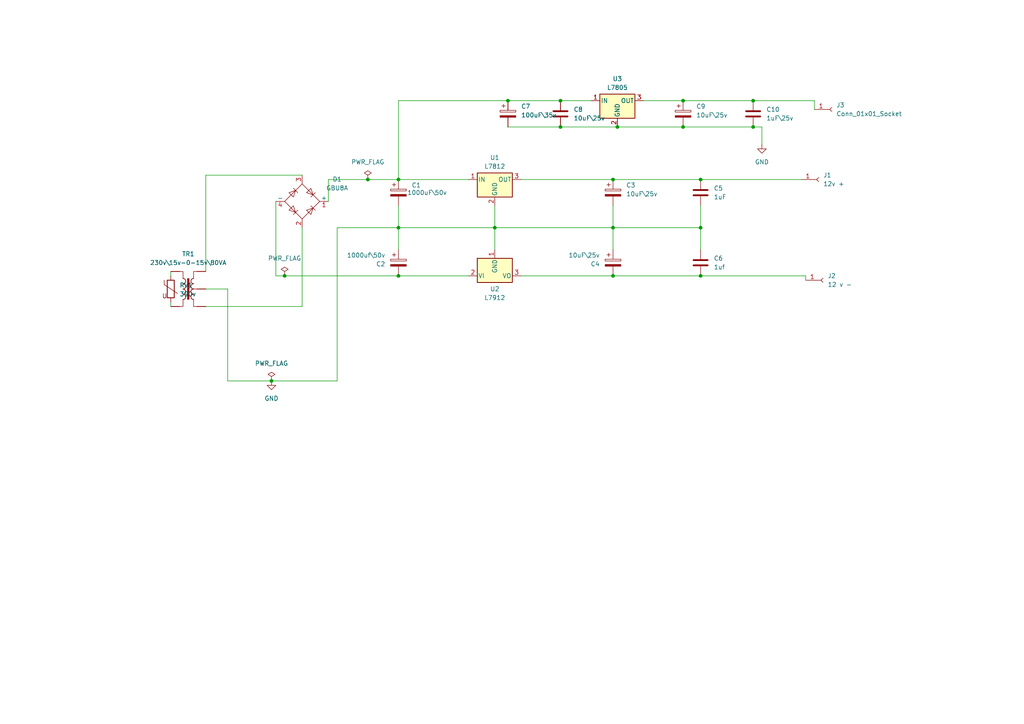
<source format=kicad_sch>
(kicad_sch
	(version 20250114)
	(generator "eeschema")
	(generator_version "9.0")
	(uuid "bab4e625-28bf-49e0-ba5c-be15e212c219")
	(paper "A4")
	(lib_symbols
		(symbol "Connector:Conn_01x01_Socket"
			(pin_names
				(offset 1.016)
				(hide yes)
			)
			(exclude_from_sim no)
			(in_bom yes)
			(on_board yes)
			(property "Reference" "J"
				(at 0 2.54 0)
				(effects
					(font
						(size 1.27 1.27)
					)
				)
			)
			(property "Value" "Conn_01x01_Socket"
				(at 0 -2.54 0)
				(effects
					(font
						(size 1.27 1.27)
					)
				)
			)
			(property "Footprint" ""
				(at 0 0 0)
				(effects
					(font
						(size 1.27 1.27)
					)
					(hide yes)
				)
			)
			(property "Datasheet" "~"
				(at 0 0 0)
				(effects
					(font
						(size 1.27 1.27)
					)
					(hide yes)
				)
			)
			(property "Description" "Generic connector, single row, 01x01, script generated"
				(at 0 0 0)
				(effects
					(font
						(size 1.27 1.27)
					)
					(hide yes)
				)
			)
			(property "ki_locked" ""
				(at 0 0 0)
				(effects
					(font
						(size 1.27 1.27)
					)
				)
			)
			(property "ki_keywords" "connector"
				(at 0 0 0)
				(effects
					(font
						(size 1.27 1.27)
					)
					(hide yes)
				)
			)
			(property "ki_fp_filters" "Connector*:*_1x??_*"
				(at 0 0 0)
				(effects
					(font
						(size 1.27 1.27)
					)
					(hide yes)
				)
			)
			(symbol "Conn_01x01_Socket_1_1"
				(polyline
					(pts
						(xy -1.27 0) (xy -0.508 0)
					)
					(stroke
						(width 0.1524)
						(type default)
					)
					(fill
						(type none)
					)
				)
				(arc
					(start 0 -0.508)
					(mid -0.5058 0)
					(end 0 0.508)
					(stroke
						(width 0.1524)
						(type default)
					)
					(fill
						(type none)
					)
				)
				(pin passive line
					(at -5.08 0 0)
					(length 3.81)
					(name "Pin_1"
						(effects
							(font
								(size 1.27 1.27)
							)
						)
					)
					(number "1"
						(effects
							(font
								(size 1.27 1.27)
							)
						)
					)
				)
			)
			(embedded_fonts no)
		)
		(symbol "Device:C"
			(pin_numbers
				(hide yes)
			)
			(pin_names
				(offset 0.254)
			)
			(exclude_from_sim no)
			(in_bom yes)
			(on_board yes)
			(property "Reference" "C"
				(at 0.635 2.54 0)
				(effects
					(font
						(size 1.27 1.27)
					)
					(justify left)
				)
			)
			(property "Value" "C"
				(at 0.635 -2.54 0)
				(effects
					(font
						(size 1.27 1.27)
					)
					(justify left)
				)
			)
			(property "Footprint" ""
				(at 0.9652 -3.81 0)
				(effects
					(font
						(size 1.27 1.27)
					)
					(hide yes)
				)
			)
			(property "Datasheet" "~"
				(at 0 0 0)
				(effects
					(font
						(size 1.27 1.27)
					)
					(hide yes)
				)
			)
			(property "Description" "Unpolarized capacitor"
				(at 0 0 0)
				(effects
					(font
						(size 1.27 1.27)
					)
					(hide yes)
				)
			)
			(property "ki_keywords" "cap capacitor"
				(at 0 0 0)
				(effects
					(font
						(size 1.27 1.27)
					)
					(hide yes)
				)
			)
			(property "ki_fp_filters" "C_*"
				(at 0 0 0)
				(effects
					(font
						(size 1.27 1.27)
					)
					(hide yes)
				)
			)
			(symbol "C_0_1"
				(polyline
					(pts
						(xy -2.032 0.762) (xy 2.032 0.762)
					)
					(stroke
						(width 0.508)
						(type default)
					)
					(fill
						(type none)
					)
				)
				(polyline
					(pts
						(xy -2.032 -0.762) (xy 2.032 -0.762)
					)
					(stroke
						(width 0.508)
						(type default)
					)
					(fill
						(type none)
					)
				)
			)
			(symbol "C_1_1"
				(pin passive line
					(at 0 3.81 270)
					(length 2.794)
					(name "~"
						(effects
							(font
								(size 1.27 1.27)
							)
						)
					)
					(number "1"
						(effects
							(font
								(size 1.27 1.27)
							)
						)
					)
				)
				(pin passive line
					(at 0 -3.81 90)
					(length 2.794)
					(name "~"
						(effects
							(font
								(size 1.27 1.27)
							)
						)
					)
					(number "2"
						(effects
							(font
								(size 1.27 1.27)
							)
						)
					)
				)
			)
			(embedded_fonts no)
		)
		(symbol "Device:C_Polarized"
			(pin_numbers
				(hide yes)
			)
			(pin_names
				(offset 0.254)
			)
			(exclude_from_sim no)
			(in_bom yes)
			(on_board yes)
			(property "Reference" "C"
				(at 0.635 2.54 0)
				(effects
					(font
						(size 1.27 1.27)
					)
					(justify left)
				)
			)
			(property "Value" "C_Polarized"
				(at 0.635 -2.54 0)
				(effects
					(font
						(size 1.27 1.27)
					)
					(justify left)
				)
			)
			(property "Footprint" ""
				(at 0.9652 -3.81 0)
				(effects
					(font
						(size 1.27 1.27)
					)
					(hide yes)
				)
			)
			(property "Datasheet" "~"
				(at 0 0 0)
				(effects
					(font
						(size 1.27 1.27)
					)
					(hide yes)
				)
			)
			(property "Description" "Polarized capacitor"
				(at 0 0 0)
				(effects
					(font
						(size 1.27 1.27)
					)
					(hide yes)
				)
			)
			(property "ki_keywords" "cap capacitor"
				(at 0 0 0)
				(effects
					(font
						(size 1.27 1.27)
					)
					(hide yes)
				)
			)
			(property "ki_fp_filters" "CP_*"
				(at 0 0 0)
				(effects
					(font
						(size 1.27 1.27)
					)
					(hide yes)
				)
			)
			(symbol "C_Polarized_0_1"
				(rectangle
					(start -2.286 0.508)
					(end 2.286 1.016)
					(stroke
						(width 0)
						(type default)
					)
					(fill
						(type none)
					)
				)
				(polyline
					(pts
						(xy -1.778 2.286) (xy -0.762 2.286)
					)
					(stroke
						(width 0)
						(type default)
					)
					(fill
						(type none)
					)
				)
				(polyline
					(pts
						(xy -1.27 2.794) (xy -1.27 1.778)
					)
					(stroke
						(width 0)
						(type default)
					)
					(fill
						(type none)
					)
				)
				(rectangle
					(start 2.286 -0.508)
					(end -2.286 -1.016)
					(stroke
						(width 0)
						(type default)
					)
					(fill
						(type outline)
					)
				)
			)
			(symbol "C_Polarized_1_1"
				(pin passive line
					(at 0 3.81 270)
					(length 2.794)
					(name "~"
						(effects
							(font
								(size 1.27 1.27)
							)
						)
					)
					(number "1"
						(effects
							(font
								(size 1.27 1.27)
							)
						)
					)
				)
				(pin passive line
					(at 0 -3.81 90)
					(length 2.794)
					(name "~"
						(effects
							(font
								(size 1.27 1.27)
							)
						)
					)
					(number "2"
						(effects
							(font
								(size 1.27 1.27)
							)
						)
					)
				)
			)
			(embedded_fonts no)
		)
		(symbol "Device:Varistor"
			(pin_numbers
				(hide yes)
			)
			(pin_names
				(offset 0)
			)
			(exclude_from_sim no)
			(in_bom yes)
			(on_board yes)
			(property "Reference" "RV"
				(at 3.175 0 90)
				(effects
					(font
						(size 1.27 1.27)
					)
				)
			)
			(property "Value" "Varistor"
				(at -3.175 0 90)
				(effects
					(font
						(size 1.27 1.27)
					)
				)
			)
			(property "Footprint" ""
				(at -1.778 0 90)
				(effects
					(font
						(size 1.27 1.27)
					)
					(hide yes)
				)
			)
			(property "Datasheet" "~"
				(at 0 0 0)
				(effects
					(font
						(size 1.27 1.27)
					)
					(hide yes)
				)
			)
			(property "Description" "Voltage dependent resistor"
				(at 0 0 0)
				(effects
					(font
						(size 1.27 1.27)
					)
					(hide yes)
				)
			)
			(property "Sim.Name" "kicad_builtin_varistor"
				(at 0 0 0)
				(effects
					(font
						(size 1.27 1.27)
					)
					(hide yes)
				)
			)
			(property "Sim.Device" "SUBCKT"
				(at 0 0 0)
				(effects
					(font
						(size 1.27 1.27)
					)
					(hide yes)
				)
			)
			(property "Sim.Pins" "1=A 2=B"
				(at 0 0 0)
				(effects
					(font
						(size 1.27 1.27)
					)
					(hide yes)
				)
			)
			(property "Sim.Params" "threshold=1k"
				(at 0 0 0)
				(effects
					(font
						(size 1.27 1.27)
					)
					(hide yes)
				)
			)
			(property "Sim.Library" "${KICAD9_SYMBOL_DIR}/Simulation_SPICE.sp"
				(at 0 0 0)
				(effects
					(font
						(size 1.27 1.27)
					)
					(hide yes)
				)
			)
			(property "ki_keywords" "VDR resistance"
				(at 0 0 0)
				(effects
					(font
						(size 1.27 1.27)
					)
					(hide yes)
				)
			)
			(property "ki_fp_filters" "RV_* Varistor*"
				(at 0 0 0)
				(effects
					(font
						(size 1.27 1.27)
					)
					(hide yes)
				)
			)
			(symbol "Varistor_0_0"
				(text "U"
					(at -1.778 -2.032 0)
					(effects
						(font
							(size 1.27 1.27)
						)
					)
				)
			)
			(symbol "Varistor_0_1"
				(polyline
					(pts
						(xy -1.905 2.54) (xy -1.905 1.27) (xy 1.905 -1.27)
					)
					(stroke
						(width 0)
						(type default)
					)
					(fill
						(type none)
					)
				)
				(rectangle
					(start -1.016 -2.54)
					(end 1.016 2.54)
					(stroke
						(width 0.254)
						(type default)
					)
					(fill
						(type none)
					)
				)
			)
			(symbol "Varistor_1_1"
				(pin passive line
					(at 0 3.81 270)
					(length 1.27)
					(name "~"
						(effects
							(font
								(size 1.27 1.27)
							)
						)
					)
					(number "1"
						(effects
							(font
								(size 1.27 1.27)
							)
						)
					)
				)
				(pin passive line
					(at 0 -3.81 90)
					(length 1.27)
					(name "~"
						(effects
							(font
								(size 1.27 1.27)
							)
						)
					)
					(number "2"
						(effects
							(font
								(size 1.27 1.27)
							)
						)
					)
				)
			)
			(embedded_fonts no)
		)
		(symbol "Diode_Bridge:GBU8A"
			(pin_names
				(offset 0)
			)
			(exclude_from_sim no)
			(in_bom yes)
			(on_board yes)
			(property "Reference" "D"
				(at 2.54 6.985 0)
				(effects
					(font
						(size 1.27 1.27)
					)
					(justify left)
				)
			)
			(property "Value" "GBU8A"
				(at 2.54 5.08 0)
				(effects
					(font
						(size 1.27 1.27)
					)
					(justify left)
				)
			)
			(property "Footprint" "Diode_THT:Diode_Bridge_Vishay_GBU"
				(at 3.81 3.175 0)
				(effects
					(font
						(size 1.27 1.27)
					)
					(justify left)
					(hide yes)
				)
			)
			(property "Datasheet" "http://www.vishay.com/docs/88656/gbu8a.pdf"
				(at 0 0 0)
				(effects
					(font
						(size 1.27 1.27)
					)
					(hide yes)
				)
			)
			(property "Description" "Single-Phase Bridge Rectifier, 35V Vrms, 8.0A If, GBU package"
				(at 0 0 0)
				(effects
					(font
						(size 1.27 1.27)
					)
					(hide yes)
				)
			)
			(property "ki_keywords" "rectifier acdc"
				(at 0 0 0)
				(effects
					(font
						(size 1.27 1.27)
					)
					(hide yes)
				)
			)
			(property "ki_fp_filters" "Diode*Bridge*Vishay*GBU*"
				(at 0 0 0)
				(effects
					(font
						(size 1.27 1.27)
					)
					(hide yes)
				)
			)
			(symbol "GBU8A_0_1"
				(polyline
					(pts
						(xy -5.08 0) (xy 0 -5.08) (xy 5.08 0) (xy 0 5.08) (xy -5.08 0)
					)
					(stroke
						(width 0)
						(type default)
					)
					(fill
						(type none)
					)
				)
				(polyline
					(pts
						(xy -3.81 2.54) (xy -2.54 1.27) (xy -1.905 3.175) (xy -3.81 2.54)
					)
					(stroke
						(width 0)
						(type default)
					)
					(fill
						(type none)
					)
				)
				(polyline
					(pts
						(xy -2.54 3.81) (xy -1.27 2.54)
					)
					(stroke
						(width 0)
						(type default)
					)
					(fill
						(type none)
					)
				)
				(polyline
					(pts
						(xy -2.54 -1.27) (xy -3.81 -2.54) (xy -1.905 -3.175) (xy -2.54 -1.27)
					)
					(stroke
						(width 0)
						(type default)
					)
					(fill
						(type none)
					)
				)
				(polyline
					(pts
						(xy -1.27 -2.54) (xy -2.54 -3.81)
					)
					(stroke
						(width 0)
						(type default)
					)
					(fill
						(type none)
					)
				)
				(polyline
					(pts
						(xy 1.27 2.54) (xy 2.54 3.81) (xy 3.175 1.905) (xy 1.27 2.54)
					)
					(stroke
						(width 0)
						(type default)
					)
					(fill
						(type none)
					)
				)
				(polyline
					(pts
						(xy 2.54 1.27) (xy 3.81 2.54)
					)
					(stroke
						(width 0)
						(type default)
					)
					(fill
						(type none)
					)
				)
				(polyline
					(pts
						(xy 2.54 -1.27) (xy 3.81 -2.54)
					)
					(stroke
						(width 0)
						(type default)
					)
					(fill
						(type none)
					)
				)
				(polyline
					(pts
						(xy 3.175 -1.905) (xy 1.27 -2.54) (xy 2.54 -3.81) (xy 3.175 -1.905)
					)
					(stroke
						(width 0)
						(type default)
					)
					(fill
						(type none)
					)
				)
			)
			(symbol "GBU8A_1_1"
				(pin passive line
					(at -7.62 0 0)
					(length 2.54)
					(name "-"
						(effects
							(font
								(size 1.27 1.27)
							)
						)
					)
					(number "4"
						(effects
							(font
								(size 1.27 1.27)
							)
						)
					)
				)
				(pin passive line
					(at 0 7.62 270)
					(length 2.54)
					(name "~"
						(effects
							(font
								(size 1.27 1.27)
							)
						)
					)
					(number "3"
						(effects
							(font
								(size 1.27 1.27)
							)
						)
					)
				)
				(pin passive line
					(at 0 -7.62 90)
					(length 2.54)
					(name "~"
						(effects
							(font
								(size 1.27 1.27)
							)
						)
					)
					(number "2"
						(effects
							(font
								(size 1.27 1.27)
							)
						)
					)
				)
				(pin passive line
					(at 7.62 0 180)
					(length 2.54)
					(name "+"
						(effects
							(font
								(size 1.27 1.27)
							)
						)
					)
					(number "1"
						(effects
							(font
								(size 1.27 1.27)
							)
						)
					)
				)
			)
			(embedded_fonts no)
		)
		(symbol "Regulator_Linear:L7805"
			(pin_names
				(offset 0.254)
			)
			(exclude_from_sim no)
			(in_bom yes)
			(on_board yes)
			(property "Reference" "U"
				(at -3.81 3.175 0)
				(effects
					(font
						(size 1.27 1.27)
					)
				)
			)
			(property "Value" "L7805"
				(at 0 3.175 0)
				(effects
					(font
						(size 1.27 1.27)
					)
					(justify left)
				)
			)
			(property "Footprint" ""
				(at 0.635 -3.81 0)
				(effects
					(font
						(size 1.27 1.27)
						(italic yes)
					)
					(justify left)
					(hide yes)
				)
			)
			(property "Datasheet" "http://www.st.com/content/ccc/resource/technical/document/datasheet/41/4f/b3/b0/12/d4/47/88/CD00000444.pdf/files/CD00000444.pdf/jcr:content/translations/en.CD00000444.pdf"
				(at 0 -1.27 0)
				(effects
					(font
						(size 1.27 1.27)
					)
					(hide yes)
				)
			)
			(property "Description" "Positive 1.5A 35V Linear Regulator, Fixed Output 5V, TO-220/TO-263/TO-252"
				(at 0 0 0)
				(effects
					(font
						(size 1.27 1.27)
					)
					(hide yes)
				)
			)
			(property "ki_keywords" "Voltage Regulator 1.5A Positive"
				(at 0 0 0)
				(effects
					(font
						(size 1.27 1.27)
					)
					(hide yes)
				)
			)
			(property "ki_fp_filters" "TO?252* TO?263* TO?220*"
				(at 0 0 0)
				(effects
					(font
						(size 1.27 1.27)
					)
					(hide yes)
				)
			)
			(symbol "L7805_0_1"
				(rectangle
					(start -5.08 1.905)
					(end 5.08 -5.08)
					(stroke
						(width 0.254)
						(type default)
					)
					(fill
						(type background)
					)
				)
			)
			(symbol "L7805_1_1"
				(pin power_in line
					(at -7.62 0 0)
					(length 2.54)
					(name "IN"
						(effects
							(font
								(size 1.27 1.27)
							)
						)
					)
					(number "1"
						(effects
							(font
								(size 1.27 1.27)
							)
						)
					)
				)
				(pin power_in line
					(at 0 -7.62 90)
					(length 2.54)
					(name "GND"
						(effects
							(font
								(size 1.27 1.27)
							)
						)
					)
					(number "2"
						(effects
							(font
								(size 1.27 1.27)
							)
						)
					)
				)
				(pin power_out line
					(at 7.62 0 180)
					(length 2.54)
					(name "OUT"
						(effects
							(font
								(size 1.27 1.27)
							)
						)
					)
					(number "3"
						(effects
							(font
								(size 1.27 1.27)
							)
						)
					)
				)
			)
			(embedded_fonts no)
		)
		(symbol "Regulator_Linear:L7812"
			(pin_names
				(offset 0.254)
			)
			(exclude_from_sim no)
			(in_bom yes)
			(on_board yes)
			(property "Reference" "U"
				(at -3.81 3.175 0)
				(effects
					(font
						(size 1.27 1.27)
					)
				)
			)
			(property "Value" "L7812"
				(at 0 3.175 0)
				(effects
					(font
						(size 1.27 1.27)
					)
					(justify left)
				)
			)
			(property "Footprint" ""
				(at 0.635 -3.81 0)
				(effects
					(font
						(size 1.27 1.27)
						(italic yes)
					)
					(justify left)
					(hide yes)
				)
			)
			(property "Datasheet" "http://www.st.com/content/ccc/resource/technical/document/datasheet/41/4f/b3/b0/12/d4/47/88/CD00000444.pdf/files/CD00000444.pdf/jcr:content/translations/en.CD00000444.pdf"
				(at 0 -1.27 0)
				(effects
					(font
						(size 1.27 1.27)
					)
					(hide yes)
				)
			)
			(property "Description" "Positive 1.5A 35V Linear Regulator, Fixed Output 12V, TO-220/TO-263/TO-252"
				(at 0 0 0)
				(effects
					(font
						(size 1.27 1.27)
					)
					(hide yes)
				)
			)
			(property "ki_keywords" "Voltage Regulator 1.5A Positive"
				(at 0 0 0)
				(effects
					(font
						(size 1.27 1.27)
					)
					(hide yes)
				)
			)
			(property "ki_fp_filters" "TO?252* TO?263* TO?220*"
				(at 0 0 0)
				(effects
					(font
						(size 1.27 1.27)
					)
					(hide yes)
				)
			)
			(symbol "L7812_0_1"
				(rectangle
					(start -5.08 1.905)
					(end 5.08 -5.08)
					(stroke
						(width 0.254)
						(type default)
					)
					(fill
						(type background)
					)
				)
			)
			(symbol "L7812_1_1"
				(pin power_in line
					(at -7.62 0 0)
					(length 2.54)
					(name "IN"
						(effects
							(font
								(size 1.27 1.27)
							)
						)
					)
					(number "1"
						(effects
							(font
								(size 1.27 1.27)
							)
						)
					)
				)
				(pin power_in line
					(at 0 -7.62 90)
					(length 2.54)
					(name "GND"
						(effects
							(font
								(size 1.27 1.27)
							)
						)
					)
					(number "2"
						(effects
							(font
								(size 1.27 1.27)
							)
						)
					)
				)
				(pin power_out line
					(at 7.62 0 180)
					(length 2.54)
					(name "OUT"
						(effects
							(font
								(size 1.27 1.27)
							)
						)
					)
					(number "3"
						(effects
							(font
								(size 1.27 1.27)
							)
						)
					)
				)
			)
			(embedded_fonts no)
		)
		(symbol "Regulator_Linear:L7912"
			(pin_names
				(offset 0.254)
			)
			(exclude_from_sim no)
			(in_bom yes)
			(on_board yes)
			(property "Reference" "U"
				(at -3.81 -3.175 0)
				(effects
					(font
						(size 1.27 1.27)
					)
				)
			)
			(property "Value" "L7912"
				(at 0 -3.175 0)
				(effects
					(font
						(size 1.27 1.27)
					)
					(justify left)
				)
			)
			(property "Footprint" ""
				(at 0 -5.08 0)
				(effects
					(font
						(size 1.27 1.27)
						(italic yes)
					)
					(hide yes)
				)
			)
			(property "Datasheet" "http://www.st.com/content/ccc/resource/technical/document/datasheet/c9/16/86/41/c7/2b/45/f2/CD00000450.pdf/files/CD00000450.pdf/jcr:content/translations/en.CD00000450.pdf"
				(at 0 0 0)
				(effects
					(font
						(size 1.27 1.27)
					)
					(hide yes)
				)
			)
			(property "Description" "Negative 1.5A 35V Linear Regulator, Fixed Output -12V, TO-220/TO-263"
				(at 0 0 0)
				(effects
					(font
						(size 1.27 1.27)
					)
					(hide yes)
				)
			)
			(property "ki_keywords" "Voltage Regulator 1.5A Negative"
				(at 0 0 0)
				(effects
					(font
						(size 1.27 1.27)
					)
					(hide yes)
				)
			)
			(property "ki_fp_filters" "TO?220* TO?263*"
				(at 0 0 0)
				(effects
					(font
						(size 1.27 1.27)
					)
					(hide yes)
				)
			)
			(symbol "L7912_0_1"
				(rectangle
					(start -5.08 5.08)
					(end 5.08 -1.905)
					(stroke
						(width 0.254)
						(type default)
					)
					(fill
						(type background)
					)
				)
			)
			(symbol "L7912_1_1"
				(pin power_in line
					(at -7.62 0 0)
					(length 2.54)
					(name "VI"
						(effects
							(font
								(size 1.27 1.27)
							)
						)
					)
					(number "2"
						(effects
							(font
								(size 1.27 1.27)
							)
						)
					)
				)
				(pin power_in line
					(at 0 7.62 270)
					(length 2.54)
					(name "GND"
						(effects
							(font
								(size 1.27 1.27)
							)
						)
					)
					(number "1"
						(effects
							(font
								(size 1.27 1.27)
							)
						)
					)
				)
				(pin power_out line
					(at 7.62 0 180)
					(length 2.54)
					(name "VO"
						(effects
							(font
								(size 1.27 1.27)
							)
						)
					)
					(number "3"
						(effects
							(font
								(size 1.27 1.27)
							)
						)
					)
				)
			)
			(embedded_fonts no)
		)
		(symbol "Transformer:TRANSF4"
			(pin_numbers
				(hide yes)
			)
			(pin_names
				(offset 0)
			)
			(exclude_from_sim no)
			(in_bom yes)
			(on_board yes)
			(property "Reference" "TR"
				(at 0 6.35 0)
				(effects
					(font
						(size 1.27 1.27)
					)
				)
			)
			(property "Value" "TRANSF4"
				(at 0 -6.35 0)
				(effects
					(font
						(size 1.27 1.27)
					)
				)
			)
			(property "Footprint" ""
				(at 0 0 0)
				(effects
					(font
						(size 1.27 1.27)
					)
					(hide yes)
				)
			)
			(property "Datasheet" ""
				(at 0 0 0)
				(effects
					(font
						(size 1.27 1.27)
					)
					(hide yes)
				)
			)
			(property "Description" ""
				(at 0 0 0)
				(effects
					(font
						(size 1.27 1.27)
					)
					(hide yes)
				)
			)
			(symbol "TRANSF4_0_1"
				(polyline
					(pts
						(xy -2.54 5.08) (xy -1.524 5.08) (xy -1.524 3.048) (xy -1.524 3.048)
					)
					(stroke
						(width 0.1524)
						(type default)
					)
					(fill
						(type none)
					)
				)
				(arc
					(start -1.524 3.048)
					(mid -0.7653 2.286)
					(end -1.524 1.524)
					(stroke
						(width 0.2032)
						(type default)
					)
					(fill
						(type none)
					)
				)
				(arc
					(start -1.524 1.524)
					(mid -0.7653 0.762)
					(end -1.524 0)
					(stroke
						(width 0.2032)
						(type default)
					)
					(fill
						(type none)
					)
				)
				(arc
					(start -1.524 0)
					(mid -0.7653 -0.762)
					(end -1.524 -1.524)
					(stroke
						(width 0.2032)
						(type default)
					)
					(fill
						(type none)
					)
				)
				(arc
					(start -1.524 -1.524)
					(mid -0.7653 -2.286)
					(end -1.524 -3.048)
					(stroke
						(width 0.2032)
						(type default)
					)
					(fill
						(type none)
					)
				)
				(polyline
					(pts
						(xy -1.524 0) (xy -2.54 0) (xy -2.54 0)
					)
					(stroke
						(width 0)
						(type default)
					)
					(fill
						(type outline)
					)
				)
				(polyline
					(pts
						(xy -1.524 -3.048) (xy -1.524 -5.08) (xy -2.54 -5.08) (xy -2.54 -5.08)
					)
					(stroke
						(width 0.1524)
						(type default)
					)
					(fill
						(type none)
					)
				)
				(rectangle
					(start -0.254 3.048)
					(end 0.254 -3.048)
					(stroke
						(width 0.0254)
						(type default)
					)
					(fill
						(type outline)
					)
				)
				(polyline
					(pts
						(xy 1.524 3.048) (xy 1.524 5.08) (xy 2.54 5.08) (xy 2.54 5.08)
					)
					(stroke
						(width 0.1524)
						(type default)
					)
					(fill
						(type none)
					)
				)
				(arc
					(start 1.524 1.524)
					(mid 0.7653 2.286)
					(end 1.524 3.048)
					(stroke
						(width 0.2032)
						(type default)
					)
					(fill
						(type none)
					)
				)
				(arc
					(start 1.524 0)
					(mid 0.7653 0.762)
					(end 1.524 1.524)
					(stroke
						(width 0.2032)
						(type default)
					)
					(fill
						(type none)
					)
				)
				(arc
					(start 1.524 -1.524)
					(mid 0.7653 -0.762)
					(end 1.524 0)
					(stroke
						(width 0.2032)
						(type default)
					)
					(fill
						(type none)
					)
				)
				(arc
					(start 1.524 -3.048)
					(mid 0.7653 -2.286)
					(end 1.524 -1.524)
					(stroke
						(width 0.2032)
						(type default)
					)
					(fill
						(type none)
					)
				)
				(polyline
					(pts
						(xy 2.54 -5.08) (xy 1.524 -5.08) (xy 1.524 -3.048) (xy 1.524 -3.048)
					)
					(stroke
						(width 0.1524)
						(type default)
					)
					(fill
						(type none)
					)
				)
			)
			(symbol "TRANSF4_1_1"
				(pin passive line
					(at -5.08 5.08 0)
					(length 2.54)
					(name "~"
						(effects
							(font
								(size 1.27 1.27)
							)
						)
					)
					(number "1"
						(effects
							(font
								(size 1.27 1.27)
							)
						)
					)
				)
				(pin passive line
					(at -5.08 0 0)
					(length 2.54)
					(name "~"
						(effects
							(font
								(size 1.27 1.27)
							)
						)
					)
					(number "2"
						(effects
							(font
								(size 1.27 1.27)
							)
						)
					)
				)
				(pin passive line
					(at -5.08 -5.08 0)
					(length 2.54)
					(name "~"
						(effects
							(font
								(size 1.27 1.27)
							)
						)
					)
					(number "3"
						(effects
							(font
								(size 1.27 1.27)
							)
						)
					)
				)
				(pin passive line
					(at 5.08 5.08 180)
					(length 2.54)
					(name "~"
						(effects
							(font
								(size 1.27 1.27)
							)
						)
					)
					(number "5"
						(effects
							(font
								(size 1.27 1.27)
							)
						)
					)
				)
				(pin passive line
					(at 5.08 -5.08 180)
					(length 2.54)
					(name "~"
						(effects
							(font
								(size 1.27 1.27)
							)
						)
					)
					(number "4"
						(effects
							(font
								(size 1.27 1.27)
							)
						)
					)
				)
			)
			(embedded_fonts no)
		)
		(symbol "power:GND"
			(power)
			(pin_numbers
				(hide yes)
			)
			(pin_names
				(offset 0)
				(hide yes)
			)
			(exclude_from_sim no)
			(in_bom yes)
			(on_board yes)
			(property "Reference" "#PWR"
				(at 0 -6.35 0)
				(effects
					(font
						(size 1.27 1.27)
					)
					(hide yes)
				)
			)
			(property "Value" "GND"
				(at 0 -3.81 0)
				(effects
					(font
						(size 1.27 1.27)
					)
				)
			)
			(property "Footprint" ""
				(at 0 0 0)
				(effects
					(font
						(size 1.27 1.27)
					)
					(hide yes)
				)
			)
			(property "Datasheet" ""
				(at 0 0 0)
				(effects
					(font
						(size 1.27 1.27)
					)
					(hide yes)
				)
			)
			(property "Description" "Power symbol creates a global label with name \"GND\" , ground"
				(at 0 0 0)
				(effects
					(font
						(size 1.27 1.27)
					)
					(hide yes)
				)
			)
			(property "ki_keywords" "global power"
				(at 0 0 0)
				(effects
					(font
						(size 1.27 1.27)
					)
					(hide yes)
				)
			)
			(symbol "GND_0_1"
				(polyline
					(pts
						(xy 0 0) (xy 0 -1.27) (xy 1.27 -1.27) (xy 0 -2.54) (xy -1.27 -1.27) (xy 0 -1.27)
					)
					(stroke
						(width 0)
						(type default)
					)
					(fill
						(type none)
					)
				)
			)
			(symbol "GND_1_1"
				(pin power_in line
					(at 0 0 270)
					(length 0)
					(name "~"
						(effects
							(font
								(size 1.27 1.27)
							)
						)
					)
					(number "1"
						(effects
							(font
								(size 1.27 1.27)
							)
						)
					)
				)
			)
			(embedded_fonts no)
		)
		(symbol "power:PWR_FLAG"
			(power)
			(pin_numbers
				(hide yes)
			)
			(pin_names
				(offset 0)
				(hide yes)
			)
			(exclude_from_sim no)
			(in_bom yes)
			(on_board yes)
			(property "Reference" "#FLG"
				(at 0 1.905 0)
				(effects
					(font
						(size 1.27 1.27)
					)
					(hide yes)
				)
			)
			(property "Value" "PWR_FLAG"
				(at 0 3.81 0)
				(effects
					(font
						(size 1.27 1.27)
					)
				)
			)
			(property "Footprint" ""
				(at 0 0 0)
				(effects
					(font
						(size 1.27 1.27)
					)
					(hide yes)
				)
			)
			(property "Datasheet" "~"
				(at 0 0 0)
				(effects
					(font
						(size 1.27 1.27)
					)
					(hide yes)
				)
			)
			(property "Description" "Special symbol for telling ERC where power comes from"
				(at 0 0 0)
				(effects
					(font
						(size 1.27 1.27)
					)
					(hide yes)
				)
			)
			(property "ki_keywords" "flag power"
				(at 0 0 0)
				(effects
					(font
						(size 1.27 1.27)
					)
					(hide yes)
				)
			)
			(symbol "PWR_FLAG_0_0"
				(pin power_out line
					(at 0 0 90)
					(length 0)
					(name "~"
						(effects
							(font
								(size 1.27 1.27)
							)
						)
					)
					(number "1"
						(effects
							(font
								(size 1.27 1.27)
							)
						)
					)
				)
			)
			(symbol "PWR_FLAG_0_1"
				(polyline
					(pts
						(xy 0 0) (xy 0 1.27) (xy -1.016 1.905) (xy 0 2.54) (xy 1.016 1.905) (xy 0 1.27)
					)
					(stroke
						(width 0)
						(type default)
					)
					(fill
						(type none)
					)
				)
			)
			(embedded_fonts no)
		)
	)
	(junction
		(at 106.68 52.07)
		(diameter 0)
		(color 0 0 0 0)
		(uuid "0b8a6a08-4e19-402a-a62c-e2ee0b075cce")
	)
	(junction
		(at 143.51 66.04)
		(diameter 0)
		(color 0 0 0 0)
		(uuid "11454f74-35de-404c-a7ce-55dabd0df616")
	)
	(junction
		(at 115.57 80.01)
		(diameter 0)
		(color 0 0 0 0)
		(uuid "1767e09e-017c-4500-bb20-58b74c5c94e0")
	)
	(junction
		(at 147.32 29.21)
		(diameter 0)
		(color 0 0 0 0)
		(uuid "1a921e10-264b-4f9a-8352-82cac5864b6b")
	)
	(junction
		(at 218.44 36.83)
		(diameter 0)
		(color 0 0 0 0)
		(uuid "204f05a3-0c1e-4a6c-87e3-2bb8b1988789")
	)
	(junction
		(at 203.2 52.07)
		(diameter 0)
		(color 0 0 0 0)
		(uuid "211c32e4-5965-4d29-8553-cfa68ff2d56c")
	)
	(junction
		(at 203.2 80.01)
		(diameter 0)
		(color 0 0 0 0)
		(uuid "241ea92f-6c7d-4ebd-948b-05311e55825e")
	)
	(junction
		(at 162.56 29.21)
		(diameter 0)
		(color 0 0 0 0)
		(uuid "3e7d3c8f-b82c-42b4-922b-7d5dada7877f")
	)
	(junction
		(at 115.57 52.07)
		(diameter 0)
		(color 0 0 0 0)
		(uuid "4170ddc6-52f7-4735-b4ea-07e44cff8b71")
	)
	(junction
		(at 162.56 36.83)
		(diameter 0)
		(color 0 0 0 0)
		(uuid "45f7b7e3-73b8-4820-8450-8c7b07fd37b1")
	)
	(junction
		(at 115.57 66.04)
		(diameter 0)
		(color 0 0 0 0)
		(uuid "7608ae54-d90c-4d8e-b23c-3107ca44fbe8")
	)
	(junction
		(at 198.12 29.21)
		(diameter 0)
		(color 0 0 0 0)
		(uuid "7e0af657-06d0-4b6c-ab63-79add6e8cdfa")
	)
	(junction
		(at 82.55 80.01)
		(diameter 0)
		(color 0 0 0 0)
		(uuid "863f5fda-ed3b-4f7c-ad0d-ed1b83d52a3a")
	)
	(junction
		(at 177.8 52.07)
		(diameter 0)
		(color 0 0 0 0)
		(uuid "8a16606d-3741-4168-b2e8-7d6bf256042e")
	)
	(junction
		(at 177.8 80.01)
		(diameter 0)
		(color 0 0 0 0)
		(uuid "8af6ed3c-ef86-42e0-829c-f285775a9820")
	)
	(junction
		(at 78.74 110.49)
		(diameter 0)
		(color 0 0 0 0)
		(uuid "97086d6d-1836-4dbd-8a64-5b5f21052827")
	)
	(junction
		(at 218.44 29.21)
		(diameter 0)
		(color 0 0 0 0)
		(uuid "9be8d08d-d2c8-4eb2-9b78-c5eef1ec6617")
	)
	(junction
		(at 179.07 36.83)
		(diameter 0)
		(color 0 0 0 0)
		(uuid "a60ea300-b6b2-47df-8298-08a527bacec6")
	)
	(junction
		(at 177.8 66.04)
		(diameter 0)
		(color 0 0 0 0)
		(uuid "d858a589-4c20-4d50-8b72-36e6fdde36df")
	)
	(junction
		(at 203.2 66.04)
		(diameter 0)
		(color 0 0 0 0)
		(uuid "e4645f05-e32b-4a4d-b81a-d8e3149e2564")
	)
	(junction
		(at 198.12 36.83)
		(diameter 0)
		(color 0 0 0 0)
		(uuid "fdd4a35d-3637-4282-9755-50cf26656622")
	)
	(wire
		(pts
			(xy 220.98 36.83) (xy 220.98 41.91)
		)
		(stroke
			(width 0)
			(type default)
		)
		(uuid "00f77b81-bce2-4b91-91cf-b0e7c9357be5")
	)
	(wire
		(pts
			(xy 151.13 52.07) (xy 177.8 52.07)
		)
		(stroke
			(width 0)
			(type default)
		)
		(uuid "0322ee32-3ed1-417b-a110-72e1d034fb87")
	)
	(wire
		(pts
			(xy 143.51 59.69) (xy 143.51 66.04)
		)
		(stroke
			(width 0)
			(type default)
		)
		(uuid "08739dac-1918-43c1-b242-3c204891a9c9")
	)
	(wire
		(pts
			(xy 198.12 29.21) (xy 218.44 29.21)
		)
		(stroke
			(width 0)
			(type default)
		)
		(uuid "0ba8dc7f-4841-4c0b-b0a5-373103a164b9")
	)
	(wire
		(pts
			(xy 143.51 66.04) (xy 115.57 66.04)
		)
		(stroke
			(width 0)
			(type default)
		)
		(uuid "1452b470-4643-4b8d-b40b-62e4d20ea005")
	)
	(wire
		(pts
			(xy 218.44 29.21) (xy 236.22 29.21)
		)
		(stroke
			(width 0)
			(type default)
		)
		(uuid "1757f70b-4efd-44d9-8b39-6c7b2cb1aee9")
	)
	(wire
		(pts
			(xy 115.57 80.01) (xy 135.89 80.01)
		)
		(stroke
			(width 0)
			(type default)
		)
		(uuid "18668254-c8ae-4399-a109-003dd0621d8e")
	)
	(wire
		(pts
			(xy 49.53 87.63) (xy 49.53 88.9)
		)
		(stroke
			(width 0)
			(type default)
		)
		(uuid "188f5a14-7c7f-41d8-994e-3d4385efcbc2")
	)
	(wire
		(pts
			(xy 115.57 66.04) (xy 97.79 66.04)
		)
		(stroke
			(width 0)
			(type default)
		)
		(uuid "246448f7-89f6-419e-96e7-d721e7bfbb62")
	)
	(wire
		(pts
			(xy 143.51 66.04) (xy 143.51 72.39)
		)
		(stroke
			(width 0)
			(type default)
		)
		(uuid "27f49f40-a68c-4733-aab1-802bb7262b78")
	)
	(wire
		(pts
			(xy 198.12 36.83) (xy 218.44 36.83)
		)
		(stroke
			(width 0)
			(type default)
		)
		(uuid "2a3680d8-dd75-481b-b5d3-ce3df314718c")
	)
	(wire
		(pts
			(xy 95.25 52.07) (xy 95.25 58.42)
		)
		(stroke
			(width 0)
			(type default)
		)
		(uuid "3986ed7d-b29e-49ea-b38b-2004fe804107")
	)
	(wire
		(pts
			(xy 115.57 52.07) (xy 106.68 52.07)
		)
		(stroke
			(width 0)
			(type default)
		)
		(uuid "3d9d50d6-6a10-4a25-adff-6fe6d7a61cd8")
	)
	(wire
		(pts
			(xy 147.32 36.83) (xy 162.56 36.83)
		)
		(stroke
			(width 0)
			(type default)
		)
		(uuid "3edfedbf-4c84-418f-b0ec-e3dc45bcca71")
	)
	(wire
		(pts
			(xy 82.55 80.01) (xy 115.57 80.01)
		)
		(stroke
			(width 0)
			(type default)
		)
		(uuid "45fc6fa8-422b-427c-9ee8-d399d6181e23")
	)
	(wire
		(pts
			(xy 151.13 80.01) (xy 177.8 80.01)
		)
		(stroke
			(width 0)
			(type default)
		)
		(uuid "4621d9e4-c1e4-4783-be87-bc66ae4e79f8")
	)
	(wire
		(pts
			(xy 236.22 29.21) (xy 236.22 31.75)
		)
		(stroke
			(width 0)
			(type default)
		)
		(uuid "5274b475-efcd-4698-aa9e-8b892a5f24bf")
	)
	(wire
		(pts
			(xy 49.53 78.74) (xy 49.53 80.01)
		)
		(stroke
			(width 0)
			(type default)
		)
		(uuid "5439e1a7-c593-486e-ac54-f6b820bc2751")
	)
	(wire
		(pts
			(xy 233.68 80.01) (xy 233.68 81.28)
		)
		(stroke
			(width 0)
			(type default)
		)
		(uuid "5604bba0-a954-4440-ac7d-563c9a120928")
	)
	(wire
		(pts
			(xy 203.2 52.07) (xy 232.41 52.07)
		)
		(stroke
			(width 0)
			(type default)
		)
		(uuid "567a5240-e7d9-49b2-a9b9-842408f52e3c")
	)
	(wire
		(pts
			(xy 203.2 80.01) (xy 233.68 80.01)
		)
		(stroke
			(width 0)
			(type default)
		)
		(uuid "641487cb-6a71-4179-842b-cd9f25dc7143")
	)
	(wire
		(pts
			(xy 115.57 66.04) (xy 115.57 72.39)
		)
		(stroke
			(width 0)
			(type default)
		)
		(uuid "6bf26ec8-e208-4a73-b3f0-ca08736e9fa1")
	)
	(wire
		(pts
			(xy 59.69 88.9) (xy 87.63 88.9)
		)
		(stroke
			(width 0)
			(type default)
		)
		(uuid "6fe0004c-137a-4eb1-995f-466828a8e5e6")
	)
	(wire
		(pts
			(xy 177.8 66.04) (xy 177.8 72.39)
		)
		(stroke
			(width 0)
			(type default)
		)
		(uuid "708f3c66-c97e-4bd1-817c-cad858e924f1")
	)
	(wire
		(pts
			(xy 186.69 29.21) (xy 198.12 29.21)
		)
		(stroke
			(width 0)
			(type default)
		)
		(uuid "7528dd23-0046-473d-b583-8f7da633d283")
	)
	(wire
		(pts
			(xy 147.32 29.21) (xy 162.56 29.21)
		)
		(stroke
			(width 0)
			(type default)
		)
		(uuid "7e124120-12a3-4e5c-a85f-1c195810c4e1")
	)
	(wire
		(pts
			(xy 59.69 50.8) (xy 59.69 78.74)
		)
		(stroke
			(width 0)
			(type default)
		)
		(uuid "890ccd06-5a66-4e44-af10-0088876ee1a9")
	)
	(wire
		(pts
			(xy 80.01 80.01) (xy 82.55 80.01)
		)
		(stroke
			(width 0)
			(type default)
		)
		(uuid "91f8ac79-a2e5-483d-a5d0-dcdecaf24db6")
	)
	(wire
		(pts
			(xy 177.8 59.69) (xy 177.8 66.04)
		)
		(stroke
			(width 0)
			(type default)
		)
		(uuid "92f2f65e-71f5-49e5-aa17-5277b888c1e0")
	)
	(wire
		(pts
			(xy 66.04 110.49) (xy 78.74 110.49)
		)
		(stroke
			(width 0)
			(type default)
		)
		(uuid "97d9bed1-e0f5-47b7-860c-74ad9bf7f3df")
	)
	(wire
		(pts
			(xy 218.44 36.83) (xy 220.98 36.83)
		)
		(stroke
			(width 0)
			(type default)
		)
		(uuid "987ef6f0-d818-4ebf-92c5-21feed467d82")
	)
	(wire
		(pts
			(xy 162.56 36.83) (xy 179.07 36.83)
		)
		(stroke
			(width 0)
			(type default)
		)
		(uuid "992c1614-0235-4048-b5ba-d2b579971312")
	)
	(wire
		(pts
			(xy 66.04 110.49) (xy 66.04 83.82)
		)
		(stroke
			(width 0)
			(type default)
		)
		(uuid "a24054fa-f5e5-4b53-9135-a703a28c6581")
	)
	(wire
		(pts
			(xy 177.8 80.01) (xy 203.2 80.01)
		)
		(stroke
			(width 0)
			(type default)
		)
		(uuid "ad49874e-5030-4d49-9337-6374f37bdc41")
	)
	(wire
		(pts
			(xy 115.57 59.69) (xy 115.57 66.04)
		)
		(stroke
			(width 0)
			(type default)
		)
		(uuid "aeb22a09-f6d2-44bf-bbb1-59b88ac9b5f0")
	)
	(wire
		(pts
			(xy 179.07 36.83) (xy 198.12 36.83)
		)
		(stroke
			(width 0)
			(type default)
		)
		(uuid "b4342993-eb22-4c5d-b79a-45684f778f40")
	)
	(wire
		(pts
			(xy 177.8 52.07) (xy 203.2 52.07)
		)
		(stroke
			(width 0)
			(type default)
		)
		(uuid "b5e6e7ed-5acb-4bed-88e5-7277de7688d4")
	)
	(wire
		(pts
			(xy 80.01 58.42) (xy 80.01 80.01)
		)
		(stroke
			(width 0)
			(type default)
		)
		(uuid "b66bb970-a2ec-48fb-90fe-17e68f874a09")
	)
	(wire
		(pts
			(xy 162.56 29.21) (xy 171.45 29.21)
		)
		(stroke
			(width 0)
			(type default)
		)
		(uuid "b780c399-a1b5-44e2-9000-1197ff943862")
	)
	(wire
		(pts
			(xy 203.2 66.04) (xy 177.8 66.04)
		)
		(stroke
			(width 0)
			(type default)
		)
		(uuid "b88a8fe8-857d-4644-8f12-7a3cf60a23c4")
	)
	(wire
		(pts
			(xy 177.8 66.04) (xy 143.51 66.04)
		)
		(stroke
			(width 0)
			(type default)
		)
		(uuid "c077edd9-fc1c-477f-b1a6-74d5b48675bc")
	)
	(wire
		(pts
			(xy 115.57 52.07) (xy 135.89 52.07)
		)
		(stroke
			(width 0)
			(type default)
		)
		(uuid "ce94c55c-25bf-49b6-9748-9e2a04c3f135")
	)
	(wire
		(pts
			(xy 115.57 52.07) (xy 115.57 29.21)
		)
		(stroke
			(width 0)
			(type default)
		)
		(uuid "d32646a8-5036-4e87-a358-d03f6a014139")
	)
	(wire
		(pts
			(xy 203.2 59.69) (xy 203.2 66.04)
		)
		(stroke
			(width 0)
			(type default)
		)
		(uuid "d4e301ac-c5ae-4918-875f-cd04009609f7")
	)
	(wire
		(pts
			(xy 97.79 66.04) (xy 97.79 110.49)
		)
		(stroke
			(width 0)
			(type default)
		)
		(uuid "d6ede5c8-cb39-4e60-a018-dc7f15dba7f1")
	)
	(wire
		(pts
			(xy 87.63 66.04) (xy 87.63 88.9)
		)
		(stroke
			(width 0)
			(type default)
		)
		(uuid "da631126-3012-44c7-8055-9dc6a8128525")
	)
	(wire
		(pts
			(xy 87.63 50.8) (xy 59.69 50.8)
		)
		(stroke
			(width 0)
			(type default)
		)
		(uuid "dedceeb6-9f31-4feb-a294-31d6e3fe1004")
	)
	(wire
		(pts
			(xy 106.68 52.07) (xy 95.25 52.07)
		)
		(stroke
			(width 0)
			(type default)
		)
		(uuid "def64971-f961-41fb-9d67-6fc13e8f9f23")
	)
	(wire
		(pts
			(xy 66.04 83.82) (xy 59.69 83.82)
		)
		(stroke
			(width 0)
			(type default)
		)
		(uuid "e20ba84a-39c5-4b54-a83f-4006223c31dc")
	)
	(wire
		(pts
			(xy 115.57 29.21) (xy 147.32 29.21)
		)
		(stroke
			(width 0)
			(type default)
		)
		(uuid "f352bfd8-3604-41a2-8809-dcb740f649e5")
	)
	(wire
		(pts
			(xy 78.74 110.49) (xy 97.79 110.49)
		)
		(stroke
			(width 0)
			(type default)
		)
		(uuid "fdefd4d8-1660-4d81-80b4-cb3c0816b02b")
	)
	(wire
		(pts
			(xy 203.2 66.04) (xy 203.2 72.39)
		)
		(stroke
			(width 0)
			(type default)
		)
		(uuid "fff2b320-784f-4ccb-bfee-0f87ef2d39e4")
	)
	(symbol
		(lib_id "Device:C")
		(at 203.2 76.2 0)
		(unit 1)
		(exclude_from_sim no)
		(in_bom yes)
		(on_board yes)
		(dnp no)
		(fields_autoplaced yes)
		(uuid "18ceb379-3d61-4321-9a36-71315f1bc9eb")
		(property "Reference" "C6"
			(at 207.01 74.9299 0)
			(effects
				(font
					(size 1.27 1.27)
				)
				(justify left)
			)
		)
		(property "Value" "1uf"
			(at 207.01 77.4699 0)
			(effects
				(font
					(size 1.27 1.27)
				)
				(justify left)
			)
		)
		(property "Footprint" "Capacitor_THT:C_Axial_L3.8mm_D2.6mm_P15.00mm_Horizontal"
			(at 204.1652 80.01 0)
			(effects
				(font
					(size 1.27 1.27)
				)
				(hide yes)
			)
		)
		(property "Datasheet" "~"
			(at 203.2 76.2 0)
			(effects
				(font
					(size 1.27 1.27)
				)
				(hide yes)
			)
		)
		(property "Description" "Unpolarized capacitor"
			(at 203.2 76.2 0)
			(effects
				(font
					(size 1.27 1.27)
				)
				(hide yes)
			)
		)
		(pin "2"
			(uuid "897c5674-07d2-4413-88eb-6101c89f565a")
		)
		(pin "1"
			(uuid "d35d2353-c9be-42b1-aa15-b192a110e600")
		)
		(instances
			(project ""
				(path "/bab4e625-28bf-49e0-ba5c-be15e212c219"
					(reference "C6")
					(unit 1)
				)
			)
		)
	)
	(symbol
		(lib_id "Device:C_Polarized")
		(at 177.8 55.88 0)
		(unit 1)
		(exclude_from_sim no)
		(in_bom yes)
		(on_board yes)
		(dnp no)
		(fields_autoplaced yes)
		(uuid "292ab7a9-b604-41b6-a356-08ae6ddec3e3")
		(property "Reference" "C3"
			(at 181.61 53.7209 0)
			(effects
				(font
					(size 1.27 1.27)
				)
				(justify left)
			)
		)
		(property "Value" "10uF\\25v"
			(at 181.61 56.2609 0)
			(effects
				(font
					(size 1.27 1.27)
				)
				(justify left)
			)
		)
		(property "Footprint" ""
			(at 178.7652 59.69 0)
			(effects
				(font
					(size 1.27 1.27)
				)
				(hide yes)
			)
		)
		(property "Datasheet" "~"
			(at 177.8 55.88 0)
			(effects
				(font
					(size 1.27 1.27)
				)
				(hide yes)
			)
		)
		(property "Description" "Polarized capacitor"
			(at 177.8 55.88 0)
			(effects
				(font
					(size 1.27 1.27)
				)
				(hide yes)
			)
		)
		(pin "1"
			(uuid "ff5d867c-661b-4b13-9103-43ea1e7d3734")
		)
		(pin "2"
			(uuid "7dfd1e1b-e404-41fd-b342-7f2b4f31608a")
		)
		(instances
			(project ""
				(path "/bab4e625-28bf-49e0-ba5c-be15e212c219"
					(reference "C3")
					(unit 1)
				)
			)
		)
	)
	(symbol
		(lib_id "Regulator_Linear:L7912")
		(at 143.51 80.01 0)
		(unit 1)
		(exclude_from_sim no)
		(in_bom yes)
		(on_board yes)
		(dnp no)
		(fields_autoplaced yes)
		(uuid "2a59b01b-099e-4526-b27b-5afb704d7251")
		(property "Reference" "U2"
			(at 143.51 83.82 0)
			(effects
				(font
					(size 1.27 1.27)
				)
			)
		)
		(property "Value" "L7912"
			(at 143.51 86.36 0)
			(effects
				(font
					(size 1.27 1.27)
				)
			)
		)
		(property "Footprint" ""
			(at 143.51 85.09 0)
			(effects
				(font
					(size 1.27 1.27)
					(italic yes)
				)
				(hide yes)
			)
		)
		(property "Datasheet" "http://www.st.com/content/ccc/resource/technical/document/datasheet/c9/16/86/41/c7/2b/45/f2/CD00000450.pdf/files/CD00000450.pdf/jcr:content/translations/en.CD00000450.pdf"
			(at 143.51 80.01 0)
			(effects
				(font
					(size 1.27 1.27)
				)
				(hide yes)
			)
		)
		(property "Description" "Negative 1.5A 35V Linear Regulator, Fixed Output -12V, TO-220/TO-263"
			(at 143.51 80.01 0)
			(effects
				(font
					(size 1.27 1.27)
				)
				(hide yes)
			)
		)
		(pin "2"
			(uuid "9c1ec9c3-b927-4696-b58a-dd740c48ca79")
		)
		(pin "3"
			(uuid "c8f62897-cbca-44a4-a4a0-8e4efad1bda9")
		)
		(pin "1"
			(uuid "17d0b901-4ee3-47a4-a29e-a2caaeb2a9bc")
		)
		(instances
			(project ""
				(path "/bab4e625-28bf-49e0-ba5c-be15e212c219"
					(reference "U2")
					(unit 1)
				)
			)
		)
	)
	(symbol
		(lib_id "Connector:Conn_01x01_Socket")
		(at 237.49 52.07 0)
		(unit 1)
		(exclude_from_sim no)
		(in_bom yes)
		(on_board yes)
		(dnp no)
		(fields_autoplaced yes)
		(uuid "2d8a53fc-e21a-4e63-9049-f6bc6f60a7c5")
		(property "Reference" "J1"
			(at 238.76 50.7999 0)
			(effects
				(font
					(size 1.27 1.27)
				)
				(justify left)
			)
		)
		(property "Value" "12v +"
			(at 238.76 53.3399 0)
			(effects
				(font
					(size 1.27 1.27)
				)
				(justify left)
			)
		)
		(property "Footprint" ""
			(at 237.49 52.07 0)
			(effects
				(font
					(size 1.27 1.27)
				)
				(hide yes)
			)
		)
		(property "Datasheet" "~"
			(at 237.49 52.07 0)
			(effects
				(font
					(size 1.27 1.27)
				)
				(hide yes)
			)
		)
		(property "Description" "Generic connector, single row, 01x01, script generated"
			(at 237.49 52.07 0)
			(effects
				(font
					(size 1.27 1.27)
				)
				(hide yes)
			)
		)
		(pin "1"
			(uuid "4db0c75a-f226-499e-8a4b-6aee21cc77ac")
		)
		(instances
			(project ""
				(path "/bab4e625-28bf-49e0-ba5c-be15e212c219"
					(reference "J1")
					(unit 1)
				)
			)
		)
	)
	(symbol
		(lib_id "power:PWR_FLAG")
		(at 82.55 80.01 0)
		(unit 1)
		(exclude_from_sim no)
		(in_bom yes)
		(on_board yes)
		(dnp no)
		(fields_autoplaced yes)
		(uuid "3a68e950-e4d7-46a6-87b7-304cab324847")
		(property "Reference" "#FLG03"
			(at 82.55 78.105 0)
			(effects
				(font
					(size 1.27 1.27)
				)
				(hide yes)
			)
		)
		(property "Value" "PWR_FLAG"
			(at 82.55 74.93 0)
			(effects
				(font
					(size 1.27 1.27)
				)
			)
		)
		(property "Footprint" ""
			(at 82.55 80.01 0)
			(effects
				(font
					(size 1.27 1.27)
				)
				(hide yes)
			)
		)
		(property "Datasheet" "~"
			(at 82.55 80.01 0)
			(effects
				(font
					(size 1.27 1.27)
				)
				(hide yes)
			)
		)
		(property "Description" "Special symbol for telling ERC where power comes from"
			(at 82.55 80.01 0)
			(effects
				(font
					(size 1.27 1.27)
				)
				(hide yes)
			)
		)
		(pin "1"
			(uuid "db221d51-91b1-484a-b11f-be3fdbe52259")
		)
		(instances
			(project ""
				(path "/bab4e625-28bf-49e0-ba5c-be15e212c219"
					(reference "#FLG03")
					(unit 1)
				)
			)
		)
	)
	(symbol
		(lib_id "Device:C_Polarized")
		(at 177.8 76.2 0)
		(unit 1)
		(exclude_from_sim no)
		(in_bom yes)
		(on_board yes)
		(dnp no)
		(fields_autoplaced yes)
		(uuid "3e6de529-4480-481c-a9ce-42f461aa57fd")
		(property "Reference" "C4"
			(at 173.99 76.5811 0)
			(effects
				(font
					(size 1.27 1.27)
				)
				(justify right)
			)
		)
		(property "Value" "10uF\\25v"
			(at 173.99 74.0411 0)
			(effects
				(font
					(size 1.27 1.27)
				)
				(justify right)
			)
		)
		(property "Footprint" "Capacitor_THT:CP_Radial_D8.0mm_P5.00mm"
			(at 178.7652 80.01 0)
			(effects
				(font
					(size 1.27 1.27)
				)
				(hide yes)
			)
		)
		(property "Datasheet" "~"
			(at 177.8 76.2 0)
			(effects
				(font
					(size 1.27 1.27)
				)
				(hide yes)
			)
		)
		(property "Description" "Polarized capacitor"
			(at 177.8 76.2 0)
			(effects
				(font
					(size 1.27 1.27)
				)
				(hide yes)
			)
		)
		(pin "2"
			(uuid "38d5d8c7-bac3-4c32-b4ef-ce5ca1392ea9")
		)
		(pin "1"
			(uuid "ee6980c3-8c34-4611-a767-255a7c3264b8")
		)
		(instances
			(project ""
				(path "/bab4e625-28bf-49e0-ba5c-be15e212c219"
					(reference "C4")
					(unit 1)
				)
			)
		)
	)
	(symbol
		(lib_id "Regulator_Linear:L7812")
		(at 143.51 52.07 0)
		(unit 1)
		(exclude_from_sim no)
		(in_bom yes)
		(on_board yes)
		(dnp no)
		(fields_autoplaced yes)
		(uuid "3f8f0fe9-c320-49c9-8c7b-503dbd8fcb1b")
		(property "Reference" "U1"
			(at 143.51 45.72 0)
			(effects
				(font
					(size 1.27 1.27)
				)
			)
		)
		(property "Value" "L7812"
			(at 143.51 48.26 0)
			(effects
				(font
					(size 1.27 1.27)
				)
			)
		)
		(property "Footprint" ""
			(at 144.145 55.88 0)
			(effects
				(font
					(size 1.27 1.27)
					(italic yes)
				)
				(justify left)
				(hide yes)
			)
		)
		(property "Datasheet" "http://www.st.com/content/ccc/resource/technical/document/datasheet/41/4f/b3/b0/12/d4/47/88/CD00000444.pdf/files/CD00000444.pdf/jcr:content/translations/en.CD00000444.pdf"
			(at 143.51 53.34 0)
			(effects
				(font
					(size 1.27 1.27)
				)
				(hide yes)
			)
		)
		(property "Description" "Positive 1.5A 35V Linear Regulator, Fixed Output 12V, TO-220/TO-263/TO-252"
			(at 143.51 52.07 0)
			(effects
				(font
					(size 1.27 1.27)
				)
				(hide yes)
			)
		)
		(pin "3"
			(uuid "9591492e-f6c9-46ae-9b6b-5e265ae5486b")
		)
		(pin "1"
			(uuid "d215cab3-3e6a-4e36-8835-730269681701")
		)
		(pin "2"
			(uuid "f88118cb-dc7e-409b-a25e-09a5539639df")
		)
		(instances
			(project ""
				(path "/bab4e625-28bf-49e0-ba5c-be15e212c219"
					(reference "U1")
					(unit 1)
				)
			)
		)
	)
	(symbol
		(lib_id "Device:C_Polarized")
		(at 115.57 76.2 0)
		(unit 1)
		(exclude_from_sim no)
		(in_bom yes)
		(on_board yes)
		(dnp no)
		(fields_autoplaced yes)
		(uuid "4c5195e7-c78c-4f9a-b785-6d6e9abe8992")
		(property "Reference" "C2"
			(at 111.76 76.5811 0)
			(effects
				(font
					(size 1.27 1.27)
				)
				(justify right)
			)
		)
		(property "Value" "1000uf\\50v"
			(at 111.76 74.0411 0)
			(effects
				(font
					(size 1.27 1.27)
				)
				(justify right)
			)
		)
		(property "Footprint" "Capacitor_THT:C_Axial_L12.0mm_D7.5mm_P15.00mm_Horizontal"
			(at 116.5352 80.01 0)
			(effects
				(font
					(size 1.27 1.27)
				)
				(hide yes)
			)
		)
		(property "Datasheet" "~"
			(at 115.57 76.2 0)
			(effects
				(font
					(size 1.27 1.27)
				)
				(hide yes)
			)
		)
		(property "Description" "Polarized capacitor"
			(at 115.57 76.2 0)
			(effects
				(font
					(size 1.27 1.27)
				)
				(hide yes)
			)
		)
		(pin "2"
			(uuid "f179428f-c5df-46ee-8b10-e72957b2c345")
		)
		(pin "1"
			(uuid "a30acefd-387d-4d46-8a3e-4baa263a29cb")
		)
		(instances
			(project ""
				(path "/bab4e625-28bf-49e0-ba5c-be15e212c219"
					(reference "C2")
					(unit 1)
				)
			)
		)
	)
	(symbol
		(lib_id "Device:C")
		(at 162.56 33.02 0)
		(unit 1)
		(exclude_from_sim no)
		(in_bom yes)
		(on_board yes)
		(dnp no)
		(fields_autoplaced yes)
		(uuid "50c72f17-8cd0-427f-bbd5-8e4c05b18c67")
		(property "Reference" "C8"
			(at 166.37 31.7499 0)
			(effects
				(font
					(size 1.27 1.27)
				)
				(justify left)
			)
		)
		(property "Value" "10uF\\25v"
			(at 166.37 34.2899 0)
			(effects
				(font
					(size 1.27 1.27)
				)
				(justify left)
			)
		)
		(property "Footprint" "Capacitor_THT:C_Radial_D5.0mm_H11.0mm_P2.00mm"
			(at 163.5252 36.83 0)
			(effects
				(font
					(size 1.27 1.27)
				)
				(hide yes)
			)
		)
		(property "Datasheet" "~"
			(at 162.56 33.02 0)
			(effects
				(font
					(size 1.27 1.27)
				)
				(hide yes)
			)
		)
		(property "Description" "Unpolarized capacitor"
			(at 162.56 33.02 0)
			(effects
				(font
					(size 1.27 1.27)
				)
				(hide yes)
			)
		)
		(pin "1"
			(uuid "6ed0ff15-d7b7-49eb-bdd4-ab8c02e18ddf")
		)
		(pin "2"
			(uuid "17ced7ca-e688-4357-9efe-f796d4239308")
		)
		(instances
			(project ""
				(path "/bab4e625-28bf-49e0-ba5c-be15e212c219"
					(reference "C8")
					(unit 1)
				)
			)
		)
	)
	(symbol
		(lib_id "Regulator_Linear:L7805")
		(at 179.07 29.21 0)
		(unit 1)
		(exclude_from_sim no)
		(in_bom yes)
		(on_board yes)
		(dnp no)
		(fields_autoplaced yes)
		(uuid "54a4af29-c8ba-42f2-ba36-2163dfe7b65c")
		(property "Reference" "U3"
			(at 179.07 22.86 0)
			(effects
				(font
					(size 1.27 1.27)
				)
			)
		)
		(property "Value" "L7805"
			(at 179.07 25.4 0)
			(effects
				(font
					(size 1.27 1.27)
				)
			)
		)
		(property "Footprint" ""
			(at 179.705 33.02 0)
			(effects
				(font
					(size 1.27 1.27)
					(italic yes)
				)
				(justify left)
				(hide yes)
			)
		)
		(property "Datasheet" "http://www.st.com/content/ccc/resource/technical/document/datasheet/41/4f/b3/b0/12/d4/47/88/CD00000444.pdf/files/CD00000444.pdf/jcr:content/translations/en.CD00000444.pdf"
			(at 179.07 30.48 0)
			(effects
				(font
					(size 1.27 1.27)
				)
				(hide yes)
			)
		)
		(property "Description" "Positive 1.5A 35V Linear Regulator, Fixed Output 5V, TO-220/TO-263/TO-252"
			(at 179.07 29.21 0)
			(effects
				(font
					(size 1.27 1.27)
				)
				(hide yes)
			)
		)
		(pin "3"
			(uuid "2c6db285-0375-42f5-be22-979ffd8f6825")
		)
		(pin "2"
			(uuid "8da91d87-4358-4e90-8425-f4e7342ebe22")
		)
		(pin "1"
			(uuid "3c897cc0-f00a-434d-90e7-ab35f0885b71")
		)
		(instances
			(project ""
				(path "/bab4e625-28bf-49e0-ba5c-be15e212c219"
					(reference "U3")
					(unit 1)
				)
			)
		)
	)
	(symbol
		(lib_id "Device:Varistor")
		(at 49.53 83.82 0)
		(unit 1)
		(exclude_from_sim no)
		(in_bom yes)
		(on_board yes)
		(dnp no)
		(fields_autoplaced yes)
		(uuid "54f6f07a-5a77-46db-bc45-3e15aae97271")
		(property "Reference" "RV1"
			(at 52.07 82.7432 0)
			(effects
				(font
					(size 1.27 1.27)
				)
				(justify left)
			)
		)
		(property "Value" "390v"
			(at 52.07 85.2832 0)
			(effects
				(font
					(size 1.27 1.27)
				)
				(justify left)
			)
		)
		(property "Footprint" "Varistor:RV_Disc_D7mm_W4.3mm_P5mm"
			(at 47.752 83.82 90)
			(effects
				(font
					(size 1.27 1.27)
				)
				(hide yes)
			)
		)
		(property "Datasheet" "~"
			(at 49.53 83.82 0)
			(effects
				(font
					(size 1.27 1.27)
				)
				(hide yes)
			)
		)
		(property "Description" "Voltage dependent resistor"
			(at 49.53 83.82 0)
			(effects
				(font
					(size 1.27 1.27)
				)
				(hide yes)
			)
		)
		(property "Sim.Name" "kicad_builtin_varistor"
			(at 49.53 83.82 0)
			(effects
				(font
					(size 1.27 1.27)
				)
				(hide yes)
			)
		)
		(property "Sim.Device" "SUBCKT"
			(at 49.53 83.82 0)
			(effects
				(font
					(size 1.27 1.27)
				)
				(hide yes)
			)
		)
		(property "Sim.Pins" "1=A 2=B"
			(at 49.53 83.82 0)
			(effects
				(font
					(size 1.27 1.27)
				)
				(hide yes)
			)
		)
		(property "Sim.Params" "threshold=1k"
			(at 49.53 83.82 0)
			(effects
				(font
					(size 1.27 1.27)
				)
				(hide yes)
			)
		)
		(property "Sim.Library" "${KICAD9_SYMBOL_DIR}/Simulation_SPICE.sp"
			(at 49.53 83.82 0)
			(effects
				(font
					(size 1.27 1.27)
				)
				(hide yes)
			)
		)
		(pin "2"
			(uuid "d972509b-2064-45a4-80f2-c9b362ecb2a9")
		)
		(pin "1"
			(uuid "9b4c1e6e-5714-4693-b1d3-97c53838c0d8")
		)
		(instances
			(project ""
				(path "/bab4e625-28bf-49e0-ba5c-be15e212c219"
					(reference "RV1")
					(unit 1)
				)
			)
		)
	)
	(symbol
		(lib_id "Device:C_Polarized")
		(at 198.12 33.02 0)
		(unit 1)
		(exclude_from_sim no)
		(in_bom yes)
		(on_board yes)
		(dnp no)
		(fields_autoplaced yes)
		(uuid "5736c0b4-7a11-4699-864b-bd3a790b5cc5")
		(property "Reference" "C9"
			(at 201.93 30.8609 0)
			(effects
				(font
					(size 1.27 1.27)
				)
				(justify left)
			)
		)
		(property "Value" "10uF\\25v"
			(at 201.93 33.4009 0)
			(effects
				(font
					(size 1.27 1.27)
				)
				(justify left)
			)
		)
		(property "Footprint" "Capacitor_THT:CP_Radial_D25.0mm_P10.00mm_SnapIn"
			(at 199.0852 36.83 0)
			(effects
				(font
					(size 1.27 1.27)
				)
				(hide yes)
			)
		)
		(property "Datasheet" "~"
			(at 198.12 33.02 0)
			(effects
				(font
					(size 1.27 1.27)
				)
				(hide yes)
			)
		)
		(property "Description" "Polarized capacitor"
			(at 198.12 33.02 0)
			(effects
				(font
					(size 1.27 1.27)
				)
				(hide yes)
			)
		)
		(pin "1"
			(uuid "963ae502-8e21-46e1-bfdb-03ee10a0ced2")
		)
		(pin "2"
			(uuid "eafe6612-0b64-4cc6-acc0-0893d05e5e5a")
		)
		(instances
			(project ""
				(path "/bab4e625-28bf-49e0-ba5c-be15e212c219"
					(reference "C9")
					(unit 1)
				)
			)
		)
	)
	(symbol
		(lib_id "Device:C_Polarized")
		(at 115.57 55.88 0)
		(unit 1)
		(exclude_from_sim no)
		(in_bom yes)
		(on_board yes)
		(dnp no)
		(uuid "5be57093-5e17-4754-b845-415abdd7438f")
		(property "Reference" "C1"
			(at 119.38 53.7209 0)
			(effects
				(font
					(size 1.27 1.27)
				)
				(justify left)
			)
		)
		(property "Value" "1000uF\\50v"
			(at 118.11 55.88 0)
			(effects
				(font
					(size 1.27 1.27)
				)
				(justify left)
			)
		)
		(property "Footprint" "Capacitor_THT:CP_Radial_D25.0mm_P10.00mm_SnapIn"
			(at 116.5352 59.69 0)
			(effects
				(font
					(size 1.27 1.27)
				)
				(hide yes)
			)
		)
		(property "Datasheet" "~"
			(at 115.57 55.88 0)
			(effects
				(font
					(size 1.27 1.27)
				)
				(hide yes)
			)
		)
		(property "Description" "Polarized capacitor"
			(at 115.57 55.88 0)
			(effects
				(font
					(size 1.27 1.27)
				)
				(hide yes)
			)
		)
		(pin "1"
			(uuid "526fa578-a7b8-4453-8841-40c55f988ce3")
		)
		(pin "2"
			(uuid "d9632fe8-7e24-4e05-a9f3-327945e88515")
		)
		(instances
			(project ""
				(path "/bab4e625-28bf-49e0-ba5c-be15e212c219"
					(reference "C1")
					(unit 1)
				)
			)
		)
	)
	(symbol
		(lib_id "power:GND")
		(at 220.98 41.91 0)
		(unit 1)
		(exclude_from_sim no)
		(in_bom yes)
		(on_board yes)
		(dnp no)
		(fields_autoplaced yes)
		(uuid "693f7e0b-df86-443c-9153-ee2f97b320dc")
		(property "Reference" "#PWR02"
			(at 220.98 48.26 0)
			(effects
				(font
					(size 1.27 1.27)
				)
				(hide yes)
			)
		)
		(property "Value" "GND"
			(at 220.98 46.99 0)
			(effects
				(font
					(size 1.27 1.27)
				)
			)
		)
		(property "Footprint" ""
			(at 220.98 41.91 0)
			(effects
				(font
					(size 1.27 1.27)
				)
				(hide yes)
			)
		)
		(property "Datasheet" ""
			(at 220.98 41.91 0)
			(effects
				(font
					(size 1.27 1.27)
				)
				(hide yes)
			)
		)
		(property "Description" "Power symbol creates a global label with name \"GND\" , ground"
			(at 220.98 41.91 0)
			(effects
				(font
					(size 1.27 1.27)
				)
				(hide yes)
			)
		)
		(pin "1"
			(uuid "3974d6d3-5710-4966-a83a-727ebfbbaa82")
		)
		(instances
			(project ""
				(path "/bab4e625-28bf-49e0-ba5c-be15e212c219"
					(reference "#PWR02")
					(unit 1)
				)
			)
		)
	)
	(symbol
		(lib_id "Transformer:TRANSF4")
		(at 54.61 83.82 180)
		(unit 1)
		(exclude_from_sim no)
		(in_bom yes)
		(on_board yes)
		(dnp no)
		(fields_autoplaced yes)
		(uuid "7bcdbae0-e675-4c03-a134-ead682cd2aa9")
		(property "Reference" "TR1"
			(at 54.61 73.66 0)
			(effects
				(font
					(size 1.27 1.27)
				)
			)
		)
		(property "Value" "230v\\15v-0-15v\\80VA"
			(at 54.61 76.2 0)
			(effects
				(font
					(size 1.27 1.27)
				)
			)
		)
		(property "Footprint" "Transformer_THT:Transformer_Toroid_Tapped_Horizontal_D14.0mm_Amidon-T50"
			(at 54.61 83.82 0)
			(effects
				(font
					(size 1.27 1.27)
				)
				(hide yes)
			)
		)
		(property "Datasheet" ""
			(at 54.61 83.82 0)
			(effects
				(font
					(size 1.27 1.27)
				)
				(hide yes)
			)
		)
		(property "Description" ""
			(at 54.61 83.82 0)
			(effects
				(font
					(size 1.27 1.27)
				)
				(hide yes)
			)
		)
		(pin "2"
			(uuid "3f249837-4ee1-4a41-8cc5-30ce40b9727a")
		)
		(pin "5"
			(uuid "bb27002e-474a-43cc-92bd-01f79d7cee9d")
		)
		(pin "1"
			(uuid "f2b2682c-6950-49c3-a2c6-0ea66bc8270c")
		)
		(pin "3"
			(uuid "4a609259-3a9c-4dd5-8d3c-2850e57392ae")
		)
		(pin "4"
			(uuid "36b81263-a637-49a3-9747-48955d1b58bb")
		)
		(instances
			(project ""
				(path "/bab4e625-28bf-49e0-ba5c-be15e212c219"
					(reference "TR1")
					(unit 1)
				)
			)
		)
	)
	(symbol
		(lib_id "Diode_Bridge:GBU8A")
		(at 87.63 58.42 0)
		(unit 1)
		(exclude_from_sim no)
		(in_bom yes)
		(on_board yes)
		(dnp no)
		(fields_autoplaced yes)
		(uuid "963f6055-5803-42dd-b8a7-55363866d103")
		(property "Reference" "D1"
			(at 97.79 51.9998 0)
			(effects
				(font
					(size 1.27 1.27)
				)
			)
		)
		(property "Value" "GBU8A"
			(at 97.79 54.5398 0)
			(effects
				(font
					(size 1.27 1.27)
				)
			)
		)
		(property "Footprint" "Diode_THT:Diode_Bridge_Vishay_GBU"
			(at 91.44 55.245 0)
			(effects
				(font
					(size 1.27 1.27)
				)
				(justify left)
				(hide yes)
			)
		)
		(property "Datasheet" "http://www.vishay.com/docs/88656/gbu8a.pdf"
			(at 87.63 58.42 0)
			(effects
				(font
					(size 1.27 1.27)
				)
				(hide yes)
			)
		)
		(property "Description" "Single-Phase Bridge Rectifier, 35V Vrms, 8.0A If, GBU package"
			(at 87.63 58.42 0)
			(effects
				(font
					(size 1.27 1.27)
				)
				(hide yes)
			)
		)
		(pin "1"
			(uuid "7de1d0e4-742b-49d3-a9a2-2bd83ffc7a02")
		)
		(pin "4"
			(uuid "ef49653e-cece-48aa-b3ce-2617f2db802f")
		)
		(pin "3"
			(uuid "19efcf53-2860-40dc-bf76-32791ce1df4d")
		)
		(pin "2"
			(uuid "57d7c64c-8f97-4aed-bad3-a9cfc28cec57")
		)
		(instances
			(project ""
				(path "/bab4e625-28bf-49e0-ba5c-be15e212c219"
					(reference "D1")
					(unit 1)
				)
			)
		)
	)
	(symbol
		(lib_id "power:PWR_FLAG")
		(at 78.74 110.49 0)
		(unit 1)
		(exclude_from_sim no)
		(in_bom yes)
		(on_board yes)
		(dnp no)
		(fields_autoplaced yes)
		(uuid "99bf05bf-c421-4847-84f9-85dbfda24bc7")
		(property "Reference" "#FLG02"
			(at 78.74 108.585 0)
			(effects
				(font
					(size 1.27 1.27)
				)
				(hide yes)
			)
		)
		(property "Value" "PWR_FLAG"
			(at 78.74 105.41 0)
			(effects
				(font
					(size 1.27 1.27)
				)
			)
		)
		(property "Footprint" ""
			(at 78.74 110.49 0)
			(effects
				(font
					(size 1.27 1.27)
				)
				(hide yes)
			)
		)
		(property "Datasheet" "~"
			(at 78.74 110.49 0)
			(effects
				(font
					(size 1.27 1.27)
				)
				(hide yes)
			)
		)
		(property "Description" "Special symbol for telling ERC where power comes from"
			(at 78.74 110.49 0)
			(effects
				(font
					(size 1.27 1.27)
				)
				(hide yes)
			)
		)
		(pin "1"
			(uuid "8d5aa8b1-c520-4abf-ab3c-d69bf84bbc74")
		)
		(instances
			(project ""
				(path "/bab4e625-28bf-49e0-ba5c-be15e212c219"
					(reference "#FLG02")
					(unit 1)
				)
			)
		)
	)
	(symbol
		(lib_id "Connector:Conn_01x01_Socket")
		(at 238.76 81.28 0)
		(unit 1)
		(exclude_from_sim no)
		(in_bom yes)
		(on_board yes)
		(dnp no)
		(fields_autoplaced yes)
		(uuid "aaa725e8-9adb-4d51-a767-781c4b8db6a5")
		(property "Reference" "J2"
			(at 240.03 80.0099 0)
			(effects
				(font
					(size 1.27 1.27)
				)
				(justify left)
			)
		)
		(property "Value" "12 v -"
			(at 240.03 82.5499 0)
			(effects
				(font
					(size 1.27 1.27)
				)
				(justify left)
			)
		)
		(property "Footprint" ""
			(at 238.76 81.28 0)
			(effects
				(font
					(size 1.27 1.27)
				)
				(hide yes)
			)
		)
		(property "Datasheet" "~"
			(at 238.76 81.28 0)
			(effects
				(font
					(size 1.27 1.27)
				)
				(hide yes)
			)
		)
		(property "Description" "Generic connector, single row, 01x01, script generated"
			(at 238.76 81.28 0)
			(effects
				(font
					(size 1.27 1.27)
				)
				(hide yes)
			)
		)
		(pin "1"
			(uuid "966ddf90-abe1-4762-8cfc-ae0fc7162e86")
		)
		(instances
			(project ""
				(path "/bab4e625-28bf-49e0-ba5c-be15e212c219"
					(reference "J2")
					(unit 1)
				)
			)
		)
	)
	(symbol
		(lib_id "power:GND")
		(at 78.74 110.49 0)
		(unit 1)
		(exclude_from_sim no)
		(in_bom yes)
		(on_board yes)
		(dnp no)
		(fields_autoplaced yes)
		(uuid "b93f4957-b53a-429d-991d-d3a9c7ec8532")
		(property "Reference" "#PWR01"
			(at 78.74 116.84 0)
			(effects
				(font
					(size 1.27 1.27)
				)
				(hide yes)
			)
		)
		(property "Value" "GND"
			(at 78.74 115.57 0)
			(effects
				(font
					(size 1.27 1.27)
				)
			)
		)
		(property "Footprint" ""
			(at 78.74 110.49 0)
			(effects
				(font
					(size 1.27 1.27)
				)
				(hide yes)
			)
		)
		(property "Datasheet" ""
			(at 78.74 110.49 0)
			(effects
				(font
					(size 1.27 1.27)
				)
				(hide yes)
			)
		)
		(property "Description" "Power symbol creates a global label with name \"GND\" , ground"
			(at 78.74 110.49 0)
			(effects
				(font
					(size 1.27 1.27)
				)
				(hide yes)
			)
		)
		(pin "1"
			(uuid "afddb06a-98a6-4fe9-b73c-973a07205026")
		)
		(instances
			(project ""
				(path "/bab4e625-28bf-49e0-ba5c-be15e212c219"
					(reference "#PWR01")
					(unit 1)
				)
			)
		)
	)
	(symbol
		(lib_id "Device:C")
		(at 203.2 55.88 0)
		(unit 1)
		(exclude_from_sim no)
		(in_bom yes)
		(on_board yes)
		(dnp no)
		(fields_autoplaced yes)
		(uuid "d137d227-561d-4a1b-a00c-288b4a23ea62")
		(property "Reference" "C5"
			(at 207.01 54.6099 0)
			(effects
				(font
					(size 1.27 1.27)
				)
				(justify left)
			)
		)
		(property "Value" "1uF"
			(at 207.01 57.1499 0)
			(effects
				(font
					(size 1.27 1.27)
				)
				(justify left)
			)
		)
		(property "Footprint" "Capacitor_THT:C_Axial_L3.8mm_D2.6mm_P15.00mm_Horizontal"
			(at 204.1652 59.69 0)
			(effects
				(font
					(size 1.27 1.27)
				)
				(hide yes)
			)
		)
		(property "Datasheet" "~"
			(at 203.2 55.88 0)
			(effects
				(font
					(size 1.27 1.27)
				)
				(hide yes)
			)
		)
		(property "Description" "Unpolarized capacitor"
			(at 203.2 55.88 0)
			(effects
				(font
					(size 1.27 1.27)
				)
				(hide yes)
			)
		)
		(pin "1"
			(uuid "b793d7a4-0080-4c2a-bd50-c686e475c505")
		)
		(pin "2"
			(uuid "ea3fa3f0-afa9-459b-8b49-95fa277a8e0b")
		)
		(instances
			(project ""
				(path "/bab4e625-28bf-49e0-ba5c-be15e212c219"
					(reference "C5")
					(unit 1)
				)
			)
		)
	)
	(symbol
		(lib_id "Device:C_Polarized")
		(at 147.32 33.02 0)
		(unit 1)
		(exclude_from_sim no)
		(in_bom yes)
		(on_board yes)
		(dnp no)
		(fields_autoplaced yes)
		(uuid "d31db3d9-2e17-41e1-9d17-d5b30e038588")
		(property "Reference" "C7"
			(at 151.13 30.8609 0)
			(effects
				(font
					(size 1.27 1.27)
				)
				(justify left)
			)
		)
		(property "Value" "100uF\\35v"
			(at 151.13 33.4009 0)
			(effects
				(font
					(size 1.27 1.27)
				)
				(justify left)
			)
		)
		(property "Footprint" "Capacitor_THT:CP_Radial_D25.0mm_P10.00mm_SnapIn"
			(at 148.2852 36.83 0)
			(effects
				(font
					(size 1.27 1.27)
				)
				(hide yes)
			)
		)
		(property "Datasheet" "~"
			(at 147.32 33.02 0)
			(effects
				(font
					(size 1.27 1.27)
				)
				(hide yes)
			)
		)
		(property "Description" "Polarized capacitor"
			(at 147.32 33.02 0)
			(effects
				(font
					(size 1.27 1.27)
				)
				(hide yes)
			)
		)
		(pin "1"
			(uuid "d3ea58af-7872-47a6-b957-67db5e69bd4f")
		)
		(pin "2"
			(uuid "4bd7be87-f1ed-46ad-9255-b414d8169c84")
		)
		(instances
			(project ""
				(path "/bab4e625-28bf-49e0-ba5c-be15e212c219"
					(reference "C7")
					(unit 1)
				)
			)
		)
	)
	(symbol
		(lib_id "Connector:Conn_01x01_Socket")
		(at 241.3 31.75 0)
		(unit 1)
		(exclude_from_sim no)
		(in_bom yes)
		(on_board yes)
		(dnp no)
		(fields_autoplaced yes)
		(uuid "e08fdf28-9acb-4717-b21c-e3b722e391d2")
		(property "Reference" "J3"
			(at 242.57 30.4799 0)
			(effects
				(font
					(size 1.27 1.27)
				)
				(justify left)
			)
		)
		(property "Value" "Conn_01x01_Socket"
			(at 242.57 33.0199 0)
			(effects
				(font
					(size 1.27 1.27)
				)
				(justify left)
			)
		)
		(property "Footprint" ""
			(at 241.3 31.75 0)
			(effects
				(font
					(size 1.27 1.27)
				)
				(hide yes)
			)
		)
		(property "Datasheet" "~"
			(at 241.3 31.75 0)
			(effects
				(font
					(size 1.27 1.27)
				)
				(hide yes)
			)
		)
		(property "Description" "Generic connector, single row, 01x01, script generated"
			(at 241.3 31.75 0)
			(effects
				(font
					(size 1.27 1.27)
				)
				(hide yes)
			)
		)
		(pin "1"
			(uuid "d84d8c84-4be1-48f3-b3c1-40c3dda927be")
		)
		(instances
			(project ""
				(path "/bab4e625-28bf-49e0-ba5c-be15e212c219"
					(reference "J3")
					(unit 1)
				)
			)
		)
	)
	(symbol
		(lib_id "power:PWR_FLAG")
		(at 106.68 52.07 0)
		(unit 1)
		(exclude_from_sim no)
		(in_bom yes)
		(on_board yes)
		(dnp no)
		(fields_autoplaced yes)
		(uuid "ea9f0fe0-7223-4dc4-8700-ec95c593dbe0")
		(property "Reference" "#FLG01"
			(at 106.68 50.165 0)
			(effects
				(font
					(size 1.27 1.27)
				)
				(hide yes)
			)
		)
		(property "Value" "PWR_FLAG"
			(at 106.68 46.99 0)
			(effects
				(font
					(size 1.27 1.27)
				)
			)
		)
		(property "Footprint" ""
			(at 106.68 52.07 0)
			(effects
				(font
					(size 1.27 1.27)
				)
				(hide yes)
			)
		)
		(property "Datasheet" "~"
			(at 106.68 52.07 0)
			(effects
				(font
					(size 1.27 1.27)
				)
				(hide yes)
			)
		)
		(property "Description" "Special symbol for telling ERC where power comes from"
			(at 106.68 52.07 0)
			(effects
				(font
					(size 1.27 1.27)
				)
				(hide yes)
			)
		)
		(pin "1"
			(uuid "52b94742-ab74-4a46-b657-77f8c14ba366")
		)
		(instances
			(project ""
				(path "/bab4e625-28bf-49e0-ba5c-be15e212c219"
					(reference "#FLG01")
					(unit 1)
				)
			)
		)
	)
	(symbol
		(lib_id "Device:C")
		(at 218.44 33.02 0)
		(unit 1)
		(exclude_from_sim no)
		(in_bom yes)
		(on_board yes)
		(dnp no)
		(fields_autoplaced yes)
		(uuid "f2b3afc8-46fe-409a-ab08-b984eb11956c")
		(property "Reference" "C10"
			(at 222.25 31.7499 0)
			(effects
				(font
					(size 1.27 1.27)
				)
				(justify left)
			)
		)
		(property "Value" "1uF\\25v"
			(at 222.25 34.2899 0)
			(effects
				(font
					(size 1.27 1.27)
				)
				(justify left)
			)
		)
		(property "Footprint" "Capacitor_THT:C_Radial_D5.0mm_H11.0mm_P2.00mm"
			(at 219.4052 36.83 0)
			(effects
				(font
					(size 1.27 1.27)
				)
				(hide yes)
			)
		)
		(property "Datasheet" "~"
			(at 218.44 33.02 0)
			(effects
				(font
					(size 1.27 1.27)
				)
				(hide yes)
			)
		)
		(property "Description" "Unpolarized capacitor"
			(at 218.44 33.02 0)
			(effects
				(font
					(size 1.27 1.27)
				)
				(hide yes)
			)
		)
		(pin "2"
			(uuid "4558014c-dc39-4c9a-a1df-abfb2d635a7d")
		)
		(pin "1"
			(uuid "903daeb7-daf6-4d8f-b4bd-971c4e3df182")
		)
		(instances
			(project ""
				(path "/bab4e625-28bf-49e0-ba5c-be15e212c219"
					(reference "C10")
					(unit 1)
				)
			)
		)
	)
	(sheet_instances
		(path "/"
			(page "1")
		)
	)
	(embedded_fonts no)
)

</source>
